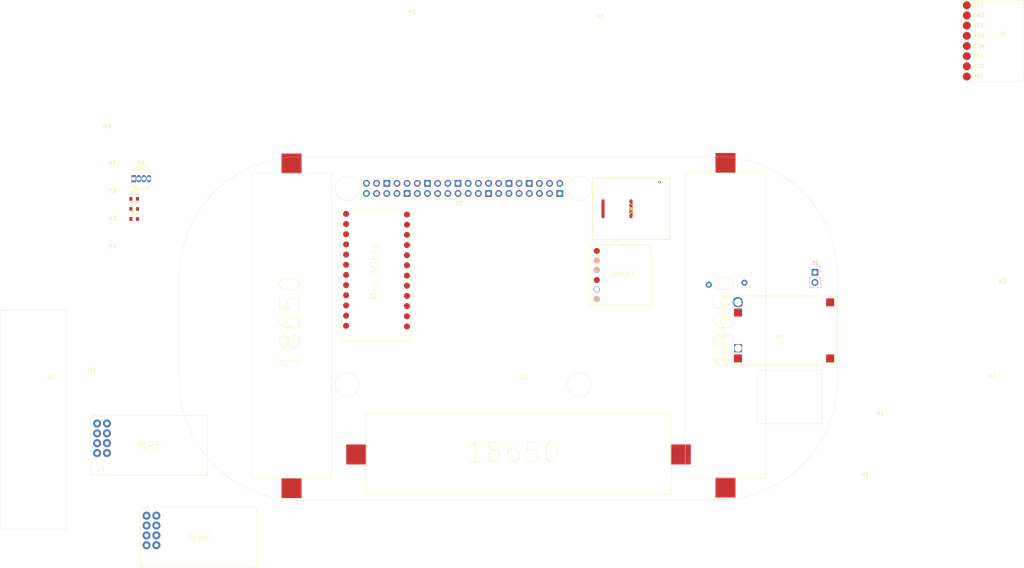
<source format=kicad_pcb>
(kicad_pcb (version 20240108) (generator "pcbnew") (generator_version "8.0")
  (layers (0 "F.Cu" signal) (31 "B.Cu" signal) (34 "B.Paste" user) (35 "F.Paste" user) (36 "B.SilkS" user "B.Silkscreen") (37 "F.SilkS" user "F.Silkscreen") (38 "B.Mask" user) (39 "F.Mask" user) (44 "Edge.Cuts" user))
  (net 0 "")
  (net 1 "Net-(J1-Pin_1)")
  (net 2 "Net-(J1-Pin_2)")
  (net 3 "Net-(D1-GK)")
  (net 4 "+3.3V")
  (net 5 "/B+")
  (net 6 "GND")
  (net 7 "Net-(D1-RK)")
  (net 8 "/B-")
  (net 9 "Net-(D1-BK)")
  (net 11 "LED_R")
  (net 12 "LED_G")
  (net 13 "LED_B")
  (net 16 "Net-(U5-VOUT)")
  (net 19 "MISO")
  (net 28 "MOSI")
  (net 29 "Net-(U2-VCC)")
  (net 32 "SCK")
  (net 33 "SDA")
  (net 34 "CE")
  (net 35 "SCL")
  (net 36 "CSN")
  (net 44 "GND2")
  (net 61 "Net-(J2-Pin_4)")
  (net 82 "Net-(U4-OUT+)")
  (net 83 "Net-(SW2-Pad2)")
  (footprint "MountingHole:MountingHole_2.5mm" (layer "F.Cu") (at 166.37 25.4)
    (property "Reference" "H1" (at 0 -3.5 0) (layer "F.SilkS"))
    (property "Value" "MountingHole")
    (pad "" np_thru_hole circle (at 0 0) (size 2.5 2.5) (drill 2.5) (layers "F&B.Cu" "*.Mask"))
  )
  (footprint "Resistor_SMD:R_0603_1608Metric" (layer "F.Cu") (at 49.975 67.37)
    (property "Reference" "R1" (at 0 -1.43 0) (layer "F.SilkS"))
    (property "Value" "220")
    (fp_line (start -0.237258 -0.5225) (end 0.237258 -0.5225) (stroke (width 0.12)) (layer "F.SilkS"))
    (fp_line (start -0.237258 0.5225) (end 0.237258 0.5225) (stroke (width 0.12)) (layer "F.SilkS"))
    (pad "1" smd roundrect (at -0.825 0) (size 0.8 0.95) (layers "F.Cu" "F.Paste" "F.Mask") (net 7 "Net-(D1-RK)"))
    (pad "2" smd roundrect (at 0.825 0) (size 0.8 0.95) (layers "F.Cu" "F.Paste" "F.Mask") (net 11 "LED_R"))
  )
  (footprint "MountingHole:MountingHole_2.7mm" (layer "F.Cu") (at 44.495 75.94)
    (property "Reference" "H3" (at 0 -3.7 0) (layer "F.SilkS"))
    (property "Value" "MountingHole")
    (pad "" np_thru_hole circle (at 0 0) (size 2.7 2.7) (drill 2.7) (layers "*.Cu" "*.Mask"))
  )
  (footprint "Strings_Custom_Symbols:Pro Micro" (layer "F.Cu") (at 147.07 111.28 180)
    (property "Reference" "U2" (at 0 -0.5 180) (layer "F.SilkS") (effects (font (thickness 0.1))))
    (property "Value" "~")
    (fp_rect (start 28 8.5) (end 45.5 41) (stroke (width 0.1)) (fill none) (layer "F.SilkS"))
    (fp_text user "Pro Micro" (at 35.8 18.55 90) (layer "F.SilkS") (effects (font (size 2 2) (thickness 0.1)) (justify left bottom)))
    (pad "1" smd circle (at 29 40 180) (size 1.5 1.5) (layers "F.Cu" "F.Paste" "F.Mask"))
    (pad "2" smd circle (at 29 37.46 180) (size 1.5 1.5) (layers "F.Cu" "F.Paste" "F.Mask"))
    (pad "3" smd circle (at 29 34.92 180) (size 1.5 1.5) (layers "F.Cu" "F.Paste" "F.Mask"))
    (pad "4" smd circle (at 29 32.38 180) (size 1.5 1.5) (layers "F.Cu" "F.Paste" "F.Mask"))
    (pad "5" smd circle (at 29 29.84 180) (size 1.5 1.5) (layers "F.Cu" "F.Paste" "F.Mask") (net 33 "SDA"))
    (pad "6" smd circle (at 29 27.3 180) (size 1.5 1.5) (layers "F.Cu" "F.Paste" "F.Mask") (net 35 "SCL"))
    (pad "7" smd circle (at 29 24.76 180) (size 1.5 1.5) (layers "F.Cu" "F.Paste" "F.Mask"))
    (pad "8" smd circle (at 29 22.22 180) (size 1.5 1.5) (layers "F.Cu" "F.Paste" "F.Mask") (net 11 "LED_R"))
    (pad "9" smd circle (at 29 19.68 180) (size 1.5 1.5) (layers "F.Cu" "F.Paste" "F.Mask") (net 12 "LED_G"))
    (pad "10" smd circle (at 29 17.14 180) (size 1.5 1.5) (layers "F.Cu" "F.Paste" "F.Mask"))
    (pad "11" smd circle (at 29 14.6 180) (size 1.5 1.5) (layers "F.Cu" "F.Paste" "F.Mask"))
    (pad "12" smd circle (at 29 12.06 180) (size 1.5 1.5) (layers "F.Cu" "F.Paste" "F.Mask") (net 13 "LED_B"))
    (pad "13" smd circle (at 44.2 12.22 180) (size 1.5 1.5) (layers "F.Cu" "F.Paste" "F.Mask"))
    (pad "14" smd circle (at 44.2 14.76 180) (size 1.5 1.5) (layers "F.Cu" "F.Paste" "F.Mask"))
    (pad "15" smd circle (at 44.2 17.3 180) (size 1.5 1.5) (layers "F.Cu" "F.Paste" "F.Mask"))
    (pad "16" smd circle (at 44.2 19.84 180) (size 1.5 1.5) (layers "F.Cu" "F.Paste" "F.Mask") (net 29 "Net-(U2-VCC)"))
    (pad "17" smd circle (at 44.2 22.38 180) (size 1.5 1.5) (layers "F.Cu" "F.Paste" "F.Mask"))
    (pad "18" smd circle (at 44.2 24.92 180) (size 1.5 1.5) (layers "F.Cu" "F.Paste" "F.Mask"))
    (pad "19" smd circle (at 44.2 27.46 180) (size 1.5 1.5) (layers "F.Cu" "F.Paste" "F.Mask"))
    (pad "20" smd circle (at 44.2 30 180) (size 1.5 1.5) (layers "F.Cu" "F.Paste" "F.Mask") (net 34 "CE"))
    (pad "21" smd circle (at 44.2 32.54 180) (size 1.5 1.5) (layers "F.Cu" "F.Paste" "F.Mask") (net 32 "SCK"))
    (pad "22" smd circle (at 44.2 35.08 180) (size 1.5 1.5) (layers "F.Cu" "F.Paste" "F.Mask") (net 19 "MISO"))
    (pad "23" smd circle (at 44.2 37.62 180) (size 1.5 1.5) (layers "F.Cu" "F.Paste" "F.Mask") (net 28 "MOSI"))
    (pad "24" smd circle (at 44.2 40.16 180) (size 1.5 1.5) (layers "F.Cu" "F.Paste" "F.Mask") (net 36 "CSN"))
  )
  (footprint "Strings_Custom_Symbols:MPU6050" (layer "F.Cu") (at 266.76 26.635)
    (property "Reference" "J1" (at 0 -0.5 0) (layer "F.SilkS") (effects (font (thickness 0.1))))
    (property "Value" "MPU6050")
    (fp_rect (start -10.2 -8.85) (end 5.3 11.4) (stroke (width 0.1)) (fill none) (layer "F.SilkS"))
    (fp_text user "SDA" (at -5.99 -0.035 180) (layer "F.SilkS"))
    (fp_text user "ADD" (at -5.99 7.585 180) (layer "F.SilkS"))
    (fp_text user "INT" (at -5.99 10.125 180) (layer "F.SilkS"))
    (fp_text user "XCL" (at -5.99 5.045 180) (layer "F.SilkS"))
    (fp_text user "GND" (at -5.99 -5.115 180) (layer "F.SilkS"))
    (fp_text user "VCC" (at -5.99 -7.655 180) (layer "F.SilkS"))
    (fp_text user "XDA" (at -5.99 2.505 180) (layer "F.SilkS"))
    (fp_text user "SCL" (at -5.99 -2.575 180) (layer "F.SilkS"))
    (pad "1" smd circle (at -8.95 -7.585 180) (size 2 2) (layers "F.Cu" "F.Paste" "F.Mask") (net 4 "+3.3V"))
    (pad "2" smd circle (at -8.95 -5.045 180) (size 2 2) (layers "F.Cu" "F.Paste" "F.Mask") (net 6 "GND"))
    (pad "3" smd circle (at -8.95 -2.505 180) (size 2 2) (layers "F.Cu" "F.Paste" "F.Mask") (net 35 "SCL"))
    (pad "4" smd circle (at -8.95 0.035 180) (size 2 2) (layers "F.Cu" "F.Paste" "F.Mask") (net 33 "SDA"))
    (pad "5" smd circle (at -8.95 2.575 180) (size 2 2) (layers "F.Cu" "F.Paste" "F.Mask"))
    (pad "6" smd circle (at -8.95 5.115 180) (size 2 2) (layers "F.Cu" "F.Paste" "F.Mask"))
    (pad "7" smd circle (at -8.95 7.655 180) (size 2 2) (layers "F.Cu" "F.Paste" "F.Mask"))
    (pad "8" smd circle (at -8.95 10.195 180) (size 2 2) (layers "F.Cu" "F.Paste" "F.Mask"))
  )
  (footprint "MountingHole:MountingHole_2.5mm" (layer "F.Cu") (at 236.22 124.46)
    (property "Reference" "H1" (at 0 -3.5 0) (layer "F.SilkS"))
    (property "Value" "MountingHole")
    (pad "" np_thru_hole circle (at 0 0) (size 2.5 2.5) (drill 2.5) (layers "F&B.Cu" "*.Mask"))
  )
  (footprint "Resistor_SMD:R_0603_1608Metric" (layer "F.Cu") (at 49.975 69.88)
    (property "Reference" "R2" (at 0 -1.43 0) (layer "F.SilkS"))
    (property "Value" "220")
    (fp_line (start -0.237258 -0.5225) (end 0.237258 -0.5225) (stroke (width 0.12)) (layer "F.SilkS"))
    (fp_line (start -0.237258 0.5225) (end 0.237258 0.5225) (stroke (width 0.12)) (layer "F.SilkS"))
    (pad "1" smd roundrect (at -0.825 0) (size 0.8 0.95) (layers "F.Cu" "F.Paste" "F.Mask") (net 3 "Net-(D1-GK)"))
    (pad "2" smd roundrect (at 0.825 0) (size 0.8 0.95) (layers "F.Cu" "F.Paste" "F.Mask") (net 12 "LED_G"))
  )
  (footprint "MountingHole:MountingHole_2.5mm" (layer "F.Cu") (at 232.41 139.7)
    (property "Reference" "H1" (at 0 -3.5 0) (layer "F.SilkS"))
    (property "Value" "MountingHole")
    (pad "" np_thru_hole circle (at 0 0) (size 2.5 2.5) (drill 2.5) (layers "F&B.Cu" "*.Mask"))
  )
  (footprint "18650:18650PCB" (layer "F.Cu") (at 181.97 137.22 90)
    (property "Reference" "U8" (hide yes))
    (property "Value" "~" (hide yes))
    (fp_rect (start 0.2 5.6) (end 76.4 25.6) (stroke (width 0.1)) (fill none) (layer "F.SilkS"))
    (fp_text user "18650 " (at 27.2 18.2 90) (layer "F.SilkS") (effects (font (size 5 5) (thickness 0.1)) (justify left bottom)))
    (pad "1" smd custom (at -2.2 15.6 90) (size 5 5) (layers "*.Mask" "F.Cu" "F.Paste") (net 5 "/B+") (options (clearance outline) (anchor rect)) (primitives))
    (pad "2" smd custom (at 78.8 15.6 90) (size 5 5) (layers "*.Mask" "F.Cu" "F.Paste") (net 8 "/B-") (options (clearance outline) (anchor rect)) (primitives))
  )
  (footprint "MountingHole:MountingHole_2.7mm" (layer "F.Cu") (at 44.495 82.89)
    (property "Reference" "H4" (at 0 -3.7 0) (layer "F.SilkS"))
    (property "Value" "MountingHole")
    (pad "" np_thru_hole circle (at 0 0) (size 2.7 2.7) (drill 2.7) (layers "*.Cu" "*.Mask"))
  )
  (footprint "Strings_Custom_Symbols:nRF24L01" (layer "F.Cu") (at 41.56 135.42)
    (property "Reference" "U3" (at 0 -0.5 0) (layer "F.SilkS") (effects (font (thickness 0.1))))
    (property "Value" "~")
    (fp_rect (start 10 9) (end 39 24) (stroke (width 0.1)) (fill none) (layer "F.SilkS"))
    (fp_text user "NRF" (at 21.8 17.7 0) (layer "F.SilkS") (effects (font (size 2 2) (thickness 0.1)) (justify left bottom)))
    (pad "1" thru_hole circle (at 11.5 11.04) (size 2 2) (drill 1) (layers "*.Cu" "*.Mask") (net 44 "GND2"))
    (pad "2" thru_hole circle (at 11.5 13.5) (size 2 2) (drill 1) (layers "*.Cu" "*.Mask") (net 34 "CE"))
    (pad "3" thru_hole circle (at 11.5 15.96) (size 2 2) (drill 1) (layers "*.Cu" "*.Mask") (net 32 "SCK"))
    (pad "4" thru_hole circle (at 11.5 18.42) (size 2 2) (drill 1) (layers "*.Cu" "*.Mask") (net 19 "MISO"))
    (pad "5" thru_hole circle (at 13.96 11.02) (size 2 2) (drill 1) (layers "*.Cu" "*.Mask") (net 4 "+3.3V"))
    (pad "6" thru_hole circle (at 13.96 13.48) (size 2 2) (drill 1) (layers "*.Cu" "*.Mask") (net 36 "CSN"))
    (pad "7" thru_hole circle (at 13.96 15.94) (size 2 2) (drill 1) (layers "*.Cu" "*.Mask") (net 28 "MOSI"))
    (pad "8" thru_hole circle (at 13.96 18.4) (size 2 2) (drill 1) (layers "*.Cu" "*.Mask"))
  )
  (footprint "18650:18650PCB" (layer "F.Cu") (at 107.61 115.57)
    (property "Reference" "U6" (hide yes))
    (property "Value" "~" (hide yes))
    (fp_rect (start 0.2 5.6) (end 76.4 25.6) (stroke (width 0.1)) (fill none) (layer "F.SilkS"))
    (fp_text user "18650 " (at 25.02 18.06 0) (layer "F.SilkS") (effects (font (size 5 5) (thickness 0.1)) (justify left bottom)))
    (pad "1" smd custom (at -2.2 15.6) (size 5 5) (layers "*.Mask" "F.Cu" "F.Paste") (net 5 "/B+") (options (clearance outline) (anchor rect)) (primitives))
    (pad "2" smd custom (at 78.8 15.6) (size 5 5) (layers "*.Mask" "F.Cu" "F.Paste") (net 8 "/B-") (options (clearance outline) (anchor rect)) (primitives))
  )
  (footprint "Strings_Custom_Symbols:nRF24L01" (layer "F.Cu") (at 29.22 112.41)
    (property "Reference" "U1" (at 0 -0.5 0) (layer "F.SilkS") (effects (font (thickness 0.1))))
    (property "Value" "~")
    (fp_rect (start 10 9) (end 39 24) (stroke (width 0.1)) (fill none) (layer "F.SilkS"))
    (fp_text user "NRF" (at 21.8 17.7 0) (layer "F.SilkS") (effects (font (size 2 2) (thickness 0.1)) (justify left bottom)))
    (pad "1" thru_hole circle (at 11.5 11.04) (size 2 2) (drill 1) (layers "*.Cu" "*.Mask") (net 44 "GND2"))
    (pad "2" thru_hole circle (at 11.5 13.5) (size 2 2) (drill 1) (layers "*.Cu" "*.Mask") (net 34 "CE"))
    (pad "3" thru_hole circle (at 11.5 15.96) (size 2 2) (drill 1) (layers "*.Cu" "*.Mask") (net 32 "SCK"))
    (pad "4" thru_hole circle (at 11.5 18.42) (size 2 2) (drill 1) (layers "*.Cu" "*.Mask") (net 19 "MISO"))
    (pad "5" thru_hole circle (at 13.96 11.02) (size 2 2) (drill 1) (layers "*.Cu" "*.Mask") (net 4 "+3.3V"))
    (pad "6" thru_hole circle (at 13.96 13.48) (size 2 2) (drill 1) (layers "*.Cu" "*.Mask") (net 36 "CSN"))
    (pad "7" thru_hole circle (at 13.96 15.94) (size 2 2) (drill 1) (layers "*.Cu" "*.Mask") (net 28 "MOSI"))
    (pad "8" thru_hole circle (at 13.96 18.4) (size 2 2) (drill 1) (layers "*.Cu" "*.Mask"))
  )
  (footprint "MountingHole:MountingHole_2.7mm" (layer "F.Cu") (at 44.495 68.99)
    (property "Reference" "H2" (at 0 -3.7 0) (layer "F.SilkS"))
    (property "Value" "MountingHole")
    (pad "" np_thru_hole circle (at 0 0) (size 2.7 2.7) (drill 2.7) (layers "*.Cu" "*.Mask"))
  )
  (footprint "18650:18650PCB" (layer "F.Cu") (at 73.66 137.36 90)
    (property "Reference" "U7" (hide yes))
    (property "Value" "~" (hide yes))
    (fp_rect (start 0.2 5.6) (end 76.4 25.6) (stroke (width 0.1)) (fill none) (layer "F.SilkS"))
    (fp_text user "18650 " (at 27.2 18.2 90) (layer "F.SilkS") (effects (font (size 5 5) (thickness 0.1)) (justify left bottom)))
    (pad "1" smd custom (at -2.2 15.6 90) (size 5 5) (layers "*.Mask" "F.Cu" "F.Paste") (net 5 "/B+") (options (clearance outline) (anchor rect)) (primitives))
    (pad "2" smd custom (at 78.8 15.6 90) (size 5 5) (layers "*.Mask" "F.Cu" "F.Paste") (net 8 "/B-") (options (clearance outline) (anchor rect)) (primitives))
  )
  (footprint "MountingHole:MountingHole_2.5mm" (layer "F.Cu") (at 43.18 45.72 180)
    (property "Reference" "H3" (at 0 -3.5 180) (layer "F.SilkS"))
    (property "Value" "MountingHole")
    (pad "" np_thru_hole circle (at 0 0 180) (size 2.5 2.5) (drill 2.5) (layers "F&B.Cu" "*.Mask"))
  )
  (footprint "MountingHole:MountingHole_2.5mm" (layer "F.Cu") (at 39.37 106.68 180)
    (property "Reference" "H3" (at 0 -3.5 180) (layer "F.SilkS"))
    (property "Value" "MountingHole")
    (pad "" np_thru_hole circle (at 0 0 180) (size 2.5 2.5) (drill 2.5) (layers "F&B.Cu" "*.Mask"))
  )
  (footprint "Strings_Custom_Symbols:SW_SRB22A2BBBNN_ZFE" (layer "F.Cu") (at 167.005 69.85 90)
    (property "Reference" "SW2" (at 0 6.985 90) (layer "F.SilkS"))
    (property "Value" "SRB22A2BBBNN")
    (fp_line (start 7.6327 -2.6416) (end -7.6327 -2.6416) (stroke (width 0.1524)) (layer "F.SilkS"))
    (fp_line (start -7.6327 -2.6416) (end -7.6327 16.6116) (stroke (width 0.1524)) (layer "F.SilkS"))
    (fp_line (start 7.6327 16.6116) (end 7.6327 -2.6416) (stroke (width 0.1524)) (layer "F.SilkS"))
    (fp_line (start -7.6327 16.6116) (end 7.6327 16.6116) (stroke (width 0.1524)) (layer "F.SilkS"))
    (fp_text user "*" (at -8.0137 3.4925 270) (layer "F.SilkS"))
    (fp_text user "*" (at -8.0137 3.4925 90) (layer "F.SilkS"))
    (pad "1" smd oval (at 0 0 90) (size 4.7498 0.7874) (layers "F.Cu" "F.Paste" "F.Mask") (net 82 "Net-(U4-OUT+)"))
    (pad "2" smd oval (at 0 6.985 90) (size 4.7498 0.7874) (layers "F.Cu" "F.Paste" "F.Mask") (net 83 "Net-(SW2-Pad2)"))
  )
  (footprint "MountingHole:MountingHole_2.5mm" (layer "F.Cu") (at 119.38 24.13)
    (property "Reference" "H1" (at 0 -3.5 0) (layer "F.SilkS"))
    (property "Value" "MountingHole")
    (pad "" np_thru_hole circle (at 0 0) (size 2.5 2.5) (drill 2.5) (layers "*.Cu" "*.Mask"))
  )
  (footprint "LED_THT:LED_D5.0mm-4_RGB" (layer "F.Cu") (at 49.845 62.34)
    (property "Reference" "D1" (at 1.905 -3.96 0) (layer "F.SilkS"))
    (property "Value" "LED_RABG")
    (fp_line (start -0.655 -1.545) (end -0.655 -1.08) (stroke (width 0.12)) (layer "F.SilkS"))
    (fp_line (start -0.655 1.08) (end -0.655 1.545) (stroke (width 0.12)) (layer "F.SilkS"))
    (fp_arc (start -0.655 -1.54483) (mid 2.163456 -2.978809) (end 4.692815 -1.080827) (stroke (width 0.12)) (layer "F.SilkS"))
    (fp_arc (start -0.349684 -1.08) (mid 1.904762 -2.5) (end 4.159479 -1.080429) (stroke (width 0.12)) (layer "F.SilkS"))
    (fp_arc (start 4.159479 1.080429) (mid 1.904762 2.5) (end -0.349684 1.08) (stroke (width 0.12)) (layer "F.SilkS"))
    (fp_arc (start 4.692815 1.080827) (mid 2.163456 2.978808) (end -0.655 1.54483) (stroke (width 0.12)) (layer "F.SilkS"))
    (pad "1" thru_hole rect (at 0 0) (size 1.07 1.8) (drill 0.9) (layers "*.Cu" "*.Mask") (net 7 "Net-(D1-RK)"))
    (pad "2" thru_hole oval (at 1.27 0) (size 1.07 1.8) (drill 0.9) (layers "*.Cu" "*.Mask") (net 4 "+3.3V"))
    (pad "3" thru_hole oval (at 2.54 0) (size 1.07 1.8) (drill 0.9) (layers "*.Cu" "*.Mask") (net 9 "Net-(D1-BK)"))
    (pad "4" thru_hole oval (at 3.81 0) (size 1.07 1.8) (drill 0.9) (layers "*.Cu" "*.Mask") (net 3 "Net-(D1-GK)"))
  )
  (footprint "Library:TP4056" (layer "F.Cu") (at 205.3 115.8 180)
    (property "Reference" "U4" (at -5.8 13.9 180) (layer "F.SilkS") (effects (font (thickness 0.1))))
    (property "Value" "~")
    (fp_rect (start -20 7) (end 8 24.2) (stroke (width 0.1)) (fill none) (layer "F.SilkS"))
    (pad "1" smd custom (at -18.4 8.6 180) (size 2 2) (layers "*.Mask" "F.Cu" "F.Paste") (options (clearance outline) (anchor rect)) (primitives))
    (pad "2" smd custom (at -18.4 22.6 180) (size 2 2) (layers "*.Mask" "F.Cu" "F.Paste") (options (clearance outline) (anchor rect)) (primitives))
    (pad "3" smd rect (at 4.6 8.6 180) (size 2 2) (layers "F.Cu" "F.Paste" "F.Mask") (net 82 "Net-(U4-OUT+)"))
    (pad "4" thru_hole custom (at 4.6 11.14 180) (size 2 2) (drill 1.8) (layers "*.Cu" "*.Mask") (net 5 "/B+") (options (clearance outline) (anchor rect)) (primitives))
    (pad "5" smd custom (at 4.6 20.06 180) (size 2 2) (layers "F.Cu" "F.Paste" "F.Mask") (net 8 "/B-") (options (clearance outline) (anchor rect)) (primitives))
    (pad "6" thru_hole custom (at 4.6 22.6 180) (size 2 2) (drill 1.8) (layers "*.Cu" "*.Mask") (net 6 "GND") (options (clearance outline) (anchor rect)) (primitives))
  )
  (footprint "MountingHole:MountingHole_2.7mm" (layer "F.Cu") (at 44.495 62.04)
    (property "Reference" "H1" (at 0 -3.7 0) (layer "F.SilkS"))
    (property "Value" "MountingHole")
    (pad "" np_thru_hole circle (at 0 0) (size 2.7 2.7) (drill 2.7) (layers "*.Cu" "*.Mask"))
  )
  (footprint "Strings_Custom_Symbols:Pin_Header_Straight_2x20_Pitch2.54mm" (layer "F.Cu") (at 99.62 61.27 90)
    (property "Reference" "J2" (at -7.27 31.45 0) (layer "F.SilkS"))
    (property "Value" "Conn_02x20_Odd_Even")
    (fp_line (start -0.9 7) (end -0.9 57.92) (stroke (width 0.12)) (layer "F.SilkS"))
    (fp_line (start -3.5 7) (end -0.9 7) (stroke (width 0.12)) (layer "F.SilkS"))
    (fp_line (start -6.1 7) (end -4.77 7) (stroke (width 0.12)) (layer "F.SilkS"))
    (fp_line (start -6.1 8.33) (end -6.1 7) (stroke (width 0.12)) (layer "F.SilkS"))
    (fp_line (start -3.5 9.6) (end -3.5 7) (stroke (width 0.12)) (layer "F.SilkS"))
    (fp_line (start -6.1 9.6) (end -3.5 9.6) (stroke (width 0.12)) (layer "F.SilkS"))
    (fp_line (start -6.1 9.6) (end -6.1 57.92) (stroke (width 0.12)) (layer "F.SilkS"))
    (fp_line (start -6.1 57.92) (end -0.9 57.92) (stroke (width 0.12)) (layer "F.SilkS"))
    (fp_circle (center -3.5 3.5) (end -0.5 3.5) (stroke (width 0.05)) (fill none) (layer "Edge.Cuts") (net 1022611261))
    (fp_circle (center -52.5 3.5) (end -49.5 3.5) (stroke (width 0.05)) (fill none) (layer "Edge.Cuts") (net 1022611261))
    (fp_circle (center -3.5 61.5) (end -0.5 61.5) (stroke (width 0.05)) (fill none) (layer "Edge.Cuts") (net 1022611261))
    (fp_circle (center -52.5 61.5) (end -49.5 61.5) (stroke (width 0.05)) (fill none) (layer "Edge.Cuts") (net 1022611261))
    (pad "1" thru_hole circle (at -4.77 8.33 90) (size 1.7 1.7) (drill 1) (layers "*.Cu" "*.Mask"))
    (pad "2" thru_hole oval (at -2.23 8.33 90) (size 1.7 1.7) (drill 1) (layers "*.Cu" "*.Mask"))
    (pad "3" thru_hole oval (at -4.77 10.87 90) (size 1.7 1.7) (drill 1) (layers "*.Cu" "*.Mask"))
    (pad "4" thru_hole oval (at -2.23 10.87 90) (size 1.7 1.7) (drill 1) (layers "*.Cu" "*.Mask") (net 61 "Net-(J2-Pin_4)"))
    (pad "5" thru_hole oval (at -4.77 13.41 90) (size 1.7 1.7) (drill 1) (layers "*.Cu" "*.Mask"))
    (pad "6" thru_hole rect (at -2.23 13.41 90) (size 1.7 1.7) (drill 1) (layers "*.Cu" "*.Mask"))
    (pad "7" thru_hole oval (at -4.77 15.95 90) (size 1.7 1.7) (drill 1) (layers "*.Cu" "*.Mask"))
    (pad "8" thru_hole oval (at -2.23 15.95 90) (size 1.7 1.7) (drill 1) (layers "*.Cu" "*.Mask"))
    (pad "9" thru_hole rect (at -4.77 18.49 90) (size 1.7 1.7) (drill 1) (layers "*.Cu" "*.Mask"))
    (pad "10" thru_hole oval (at -2.23 18.49 90) (size 1.7 1.7) (drill 1) (layers "*.Cu" "*.Mask"))
    (pad "11" thru_hole oval (at -4.77 21.03 90) (size 1.7 1.7) (drill 1) (layers "*.Cu" "*.Mask"))
    (pad "12" thru_hole oval (at -2.23 21.03 90) (size 1.7 1.7) (drill 1) (layers "*.Cu" "*.Mask"))
    (pad "13" thru_hole oval (at -4.77 23.57 90) (size 1.7 1.7) (drill 1) (layers "*.Cu" "*.Mask"))
    (pad "14" thru_hole rect (at -2.23 23.57 90) (size 1.7 1.7) (drill 1) (layers "*.Cu" "*.Mask"))
    (pad "15" thru_hole oval (at -4.77 26.11 90) (size 1.7 1.7) (drill 1) (layers "*.Cu" "*.Mask"))
    (pad "16" thru_hole oval (at -2.23 26.11 90) (size 1.7 1.7) (drill 1) (layers "*.Cu" "*.Mask"))
    (pad "17" thru_hole oval (at -4.77 28.65 90) (size 1.7 1.7) (drill 1) (layers "*.Cu" "*.Mask") (net 4 "+3.3V"))
    (pad "18" thru_hole oval (at -2.23 28.65 90) (size 1.7 1.7) (drill 1) (layers "*.Cu" "*.Mask"))
    (pad "19" thru_hole oval (at -4.77 31.19 90) (size 1.7 1.7) (drill 1) (layers "*.Cu" "*.Mask"))
    (pad "20" thru_hole rect (at -2.23 31.19 90) (size 1.7 1.7) (drill 1) (layers "*.Cu" "*.Mask"))
    (pad "21" thru_hole oval (at -4.77 33.73 90) (size 1.7 1.7) (drill 1) (layers "*.Cu" "*.Mask"))
    (pad "22" thru_hole oval (at -2.23 33.73 90) (size 1.7 1.7) (drill 1) (layers "*.Cu" "*.Mask"))
    (pad "23" thru_hole oval (at -4.77 36.27 90) (size 1.7 1.7) (drill 1) (layers "*.Cu" "*.Mask"))
    (pad "24" thru_hole oval (at -2.23 36.27 90) (size 1.7 1.7) (drill 1) (layers "*.Cu" "*.Mask"))
    (pad "25" thru_hole rect (at -4.77 38.81 90) (size 1.7 1.7) (drill 1) (layers "*.Cu" "*.Mask") (net 6 "GND"))
    (pad "26" thru_hole oval (at -2.23 38.81 90) (size 1.7 1.7) (drill 1) (layers "*.Cu" "*.Mask"))
    (pad "27" thru_hole oval (at -4.77 41.35 90) (size 1.7 1.7) (drill 1) (layers "*.Cu" "*.Mask"))
    (pad "28" thru_hole oval (at -2.23 41.35 90) (size 1.7 1.7) (drill 1) (layers "*.Cu" "*.Mask"))
    (pad "29" thru_hole oval (at -4.77 43.89 90) (size 1.7 1.7) (drill 1) (layers "*.Cu" "*.Mask"))
    (pad "30" thru_hole rect (at -2.23 43.89 90) (size 1.7 1.7) (drill 1) (layers "*.Cu" "*.Mask") (net 44 "GND2"))
    (pad "31" thru_hole oval (at -4.77 46.43 90) (size 1.7 1.7) (drill 1) (layers "*.Cu" "*.Mask"))
    (pad "32" thru_hole oval (at -2.23 46.43 90) (size 1.7 1.7) (drill 1) (layers "*.Cu" "*.Mask"))
    (pad "33" thru_hole oval (at -4.77 48.97 90) (size 1.7 1.7) (drill 1) (layers "*.Cu" "*.Mask"))
    (pad "34" thru_hole rect (at -2.23 48.97 90) (size 1.7 1.7) (drill 1) (layers "*.Cu" "*.Mask"))
    (pad "35" thru_hole oval (at -4.77 51.51 90) (size 1.7 1.7) (drill 1) (layers "*.Cu" "*.Mask"))
    (pad "36" thru_hole oval (at -2.23 51.51 90) (size 1.7 1.7) (drill 1) (layers "*.Cu" "*.Mask"))
    (pad "37" thru_hole oval (at -4.77 54.05 90) (size 1.7 1.7) (drill 1) (layers "*.Cu" "*.Mask"))
    (pad "38" thru_hole oval (at -2.23 54.05 90) (size 1.7 1.7) (drill 1) (layers "*.Cu" "*.Mask"))
    (pad "39" thru_hole rect (at -4.77 56.59 90) (size 1.7 1.7) (drill 1) (layers "*.Cu" "*.Mask"))
    (pad "40" thru_hole oval (at -2.23 56.59 90) (size 1.7 1.7) (drill 1) (layers "*.Cu" "*.Mask"))
  )
  (footprint "MountingHole:MountingHole_2.5mm" (layer "F.Cu") (at 266.7 91.44)
    (property "Reference" "H3" (at 0 -3.5 0) (layer "F.SilkS"))
    (property "Value" "MountingHole")
    (pad "" np_thru_hole circle (at 0 0) (size 2.5 2.5) (drill 2.5) (layers "F&B.Cu" "*.Mask"))
  )
  (footprint "Resistor_SMD:R_0603_1608Metric" (layer "F.Cu") (at 49.975 72.39)
    (property "Reference" "R3" (at 0 -1.43 0) (layer "F.SilkS"))
    (property "Value" "220")
    (fp_line (start -0.237258 -0.5225) (end 0.237258 -0.5225) (stroke (width 0.12)) (layer "F.SilkS"))
    (fp_line (start -0.237258 0.5225) (end 0.237258 0.5225) (stroke (width 0.12)) (layer "F.SilkS"))
    (pad "1" smd roundrect (at -0.825 0) (size 0.8 0.95) (layers "F.Cu" "F.Paste" "F.Mask") (net 9 "Net-(D1-BK)"))
    (pad "2" smd roundrect (at 0.825 0) (size 0.8 0.95) (layers "F.Cu" "F.Paste" "F.Mask") (net 13 "LED_B"))
  )
  (footprint "MountingHole:MountingHole_2.5mm" (layer "F.Cu") (at 264.16 107.95 180)
    (property "Reference" "H1" (at 0 -3.5 180) (layer "F.SilkS"))
    (property "Value" "MountingHole")
    (pad "" np_thru_hole circle (at 0 0 180) (size 2.5 2.5) (drill 2.5) (layers "F&B.Cu" "*.Mask"))
  )
  (footprint "Library1:U3V40F5" (layer "F.Cu") (at 171.45 86.36)
    (property "Reference" "U5" (hide yes))
    (property "Value" "~" (hide yes))
    (fp_rect (start -7.5 -7.5) (end 7.5 7.5) (stroke (width 0.1)) (fill none) (layer "F.SilkS"))
    (fp_text user "U3V40F5" (at -3 0.4 0) (layer "F.SilkS") (effects (font (thickness 0.1)) (justify left bottom)))
    (pad "1" smd circle (at -6 -6) (size 1.5 1.5) (layers "*.Mask" "F.Cu" "F.Paste"))
    (pad "2" smd circle (at -6 -3.6) (size 1.5 1.5) (layers "*.Mask" "F.Cu" "F.Paste" "B.SilkS") (net 83 "Net-(SW2-Pad2)"))
    (pad "3" smd circle (at -6 -1.27) (size 1.5 1.5) (layers "*.Mask" "F.Cu" "F.Paste" "B.SilkS") (net 83 "Net-(SW2-Pad2)"))
    (pad "4" smd circle (at -6 1.27) (size 1.5 1.5) (layers "F.Cu" "F.Paste" "F.Mask") (net 6 "GND"))
    (pad "5" thru_hole circle (at -6 3.6) (size 1.5 1.5) (drill 1.3) (layers "*.Cu" "*.Mask") (net 6 "GND"))
    (pad "6" smd circle (at -6 6) (size 1.5 1.5) (layers "*.Mask" "F.Cu" "F.Paste" "B.SilkS") (net 16 "Net-(U5-VOUT)"))
  )
  (footprint "Connector_PinHeader_2.54mm:PinHeader_1x02_P2.54mm_Vertical" (layer "B.Cu") (at 219.9 85.7 180)
    (property "Reference" "J1" (at 0 2.33 180) (layer "B.SilkS") (effects (justify mirror)))
    (property "Value" "Pi4 Pins")
    (fp_line (start 1.33 -1.27) (end -1.33 -1.27) (stroke (width 0.12)) (layer "B.SilkS"))
    (fp_line (start 1.33 -3.87) (end 1.33 -1.27) (stroke (width 0.12)) (layer "B.SilkS"))
    (fp_line (start 1.33 -3.87) (end -1.33 -3.87) (stroke (width 0.12)) (layer "B.SilkS"))
    (fp_line (start 0 1.33) (end -1.33 1.33) (stroke (width 0.12)) (layer "B.SilkS"))
    (fp_line (start -1.33 1.33) (end -1.33 0) (stroke (width 0.12)) (layer "B.SilkS"))
    (fp_line (start -1.33 -3.87) (end -1.33 -1.27) (stroke (width 0.12)) (layer "B.SilkS"))
    (pad "1" thru_hole rect (at 0 0 180) (size 1.7 1.7) (drill 1) (layers "*.Cu" "*.Mask") (net 1 "Net-(J1-Pin_1)"))
    (pad "2" thru_hole oval (at 0 -2.54 180) (size 1.7 1.7) (drill 1) (layers "*.Cu" "*.Mask") (net 2 "Net-(J1-Pin_2)"))
  )
  (gr_line (start 91.2 142.6) (end 195.586797 142.513203) (stroke (width 0.05)) (layer "Edge.Cuts"))
  (gr_arc (start 225.586797 112.513203) (mid 216.8 133.726406) (end 195.586797 142.513203) (stroke (width 0.05)) (layer "Edge.Cuts"))
  (gr_arc (start 195.586797 56.813203) (mid 216.8 65.6) (end 225.586797 86.813203) (stroke (width 0.05)) (layer "Edge.Cuts"))
  (gr_arc (start 61.2 86.9) (mid 69.986797 65.686797) (end 91.2 56.9) (stroke (width 0.05)) (layer "Edge.Cuts"))
  (gr_arc (start 91.2 142.6) (mid 69.986797 133.813203) (end 61.2 112.6) (stroke (width 0.05)) (layer "Edge.Cuts"))
  (gr_line (start 195.586797 56.813203) (end 91.2 56.9) (stroke (width 0.05)) (layer "Edge.Cuts"))
  (gr_line (start 61.2 86.9) (end 61.2 112.6) (stroke (width 0.05)) (layer "Edge.Cuts"))
  (gr_rect (start 205.55 110.2) (end 221.65 123.5) (stroke (width 0.05)) (fill none) (layer "Edge.Cuts"))
  (gr_line (start 225.586797 112.513203) (end 225.586797 86.813203) (stroke (width 0.05)) (layer "Edge.Cuts"))
  (gr_rect (start 16.51 95.21) (end 33.01 149.86) (stroke (width 0.05)) (fill none) (layer "Edge.Cuts"))
  (via (at 181.1 63.2) (size 0.6) (drill 0.3) (layers "F.Cu" "B.Cu") (net 4))
  (via (at 193.4 88.8) (size 1.5) (drill 0.75) (layers "F.Cu" "B.Cu") (net 6))
  (segment (start 200.7 93.2) (end 200.6 93.1) (width 2.5) (layer "B.Cu") (net 6))
  (via (at 202.3 88.3) (size 1.5) (drill 0.75) (layers "F.Cu" "B.Cu") (net 16))
)
</source>
